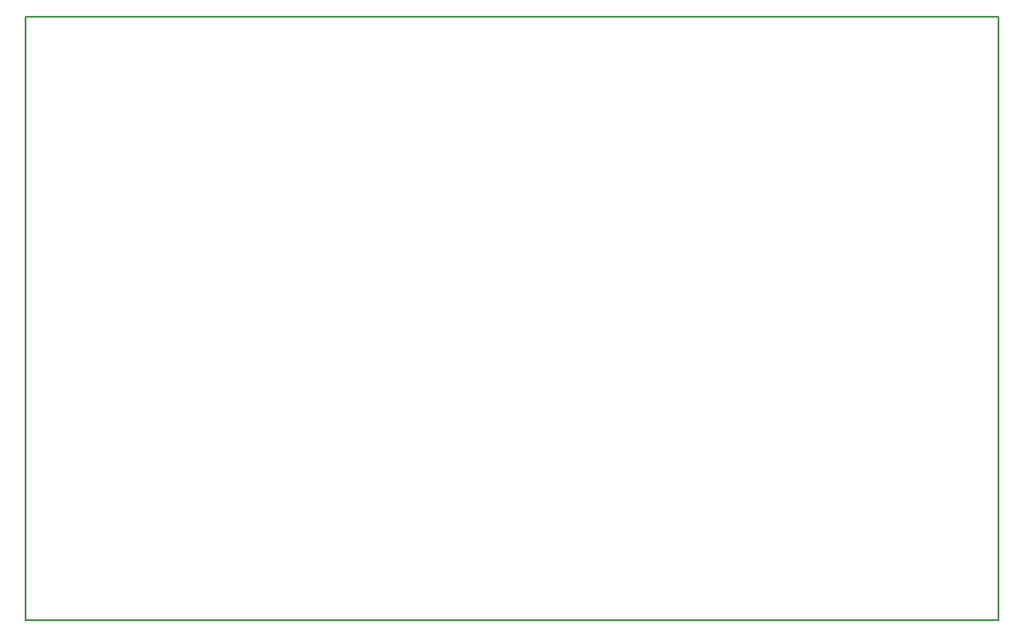
<source format=gbr>
%FSLAX34Y34*%
%MOMM*%
%LNOUTLINE*%
G71*
G01*
%ADD10C, 0.20*%
%LPD*%
G54D10*
X10000Y990000D02*
X10000Y410000D01*
X945000Y410000D01*
X945000Y990000D01*
X10000Y990000D01*
M02*

</source>
